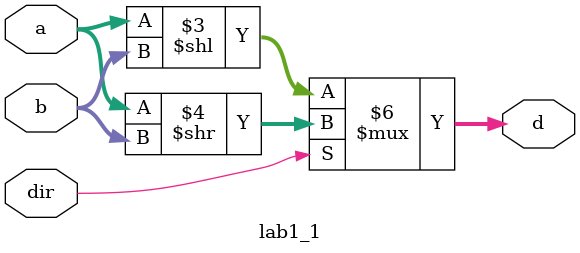
<source format=v>
`timescale 1ns/100ps

module lab1_1 (a, b, dir, d);
    input [3:0] a;
    input [1:0] b;
    input dir;
    output reg [3:0] d;

    always @(*) begin
        if(dir == 0) d = a << b;
        else d = a >> b;
    end
endmodule
</source>
